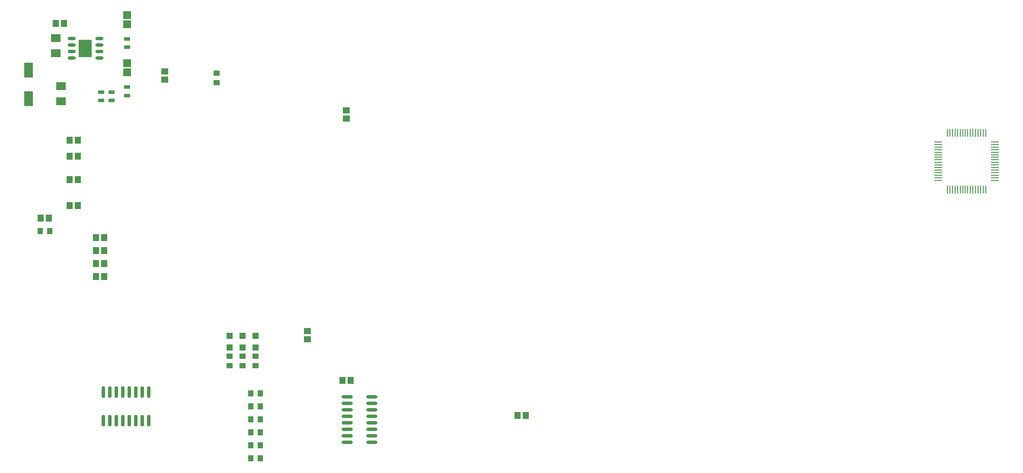
<source format=gtp>
G04 Layer_Color=7318015*
%FSLAX25Y25*%
%MOIN*%
G70*
G01*
G75*
%ADD10O,0.00984X0.06102*%
%ADD11O,0.06102X0.00984*%
%ADD12R,0.05118X0.05709*%
%ADD13R,0.06693X0.11811*%
%ADD14R,0.07480X0.05906*%
%ADD15R,0.06102X0.05906*%
%ADD16R,0.05709X0.05118*%
%ADD17R,0.03937X0.05118*%
%ADD18R,0.05118X0.03937*%
%ADD19R,0.05118X0.04528*%
%ADD20R,0.04724X0.03150*%
%ADD21O,0.06300X0.02400*%
%ADD22O,0.08661X0.02362*%
%ADD23O,0.02600X0.09000*%
%ADD27R,0.10300X0.13800*%
D10*
X773236Y310752D02*
D03*
X775205D02*
D03*
X777173D02*
D03*
X779142D02*
D03*
X781110D02*
D03*
X783079D02*
D03*
X785047D02*
D03*
X787016D02*
D03*
X788984D02*
D03*
X790953D02*
D03*
X792921D02*
D03*
X794890D02*
D03*
X796858D02*
D03*
X798827D02*
D03*
X800795D02*
D03*
X802764D02*
D03*
Y267248D02*
D03*
X800795D02*
D03*
X798827D02*
D03*
X796858D02*
D03*
X794890D02*
D03*
X792921D02*
D03*
X790953D02*
D03*
X788984D02*
D03*
X787016D02*
D03*
X785047D02*
D03*
X783079D02*
D03*
X781110D02*
D03*
X779142D02*
D03*
X777173D02*
D03*
X775205D02*
D03*
X773236D02*
D03*
D11*
X809752Y303764D02*
D03*
Y301795D02*
D03*
Y299827D02*
D03*
Y297858D02*
D03*
Y295890D02*
D03*
Y293921D02*
D03*
Y291953D02*
D03*
Y289984D02*
D03*
Y288016D02*
D03*
Y286047D02*
D03*
Y284079D02*
D03*
Y282110D02*
D03*
Y280142D02*
D03*
Y278173D02*
D03*
Y276205D02*
D03*
Y274236D02*
D03*
X766248D02*
D03*
Y276205D02*
D03*
Y278173D02*
D03*
Y280142D02*
D03*
Y282110D02*
D03*
Y284079D02*
D03*
Y286047D02*
D03*
Y288016D02*
D03*
Y289984D02*
D03*
Y291953D02*
D03*
Y293921D02*
D03*
Y295890D02*
D03*
Y297858D02*
D03*
Y299827D02*
D03*
Y301795D02*
D03*
Y303764D02*
D03*
D12*
X448150Y93000D02*
D03*
X441850D02*
D03*
X313150Y120000D02*
D03*
X306850D02*
D03*
X123150Y210000D02*
D03*
X116850D02*
D03*
X123150Y220000D02*
D03*
X116850D02*
D03*
X123150Y200000D02*
D03*
X116850D02*
D03*
X123150Y230000D02*
D03*
X116850D02*
D03*
X80650Y245000D02*
D03*
X74351D02*
D03*
X96421Y254718D02*
D03*
X102721D02*
D03*
X96422Y292718D02*
D03*
X102721D02*
D03*
X96422Y305218D02*
D03*
X102721D02*
D03*
X96421Y274718D02*
D03*
X102721D02*
D03*
X92150Y395000D02*
D03*
X85850D02*
D03*
D13*
X65000Y359000D02*
D03*
Y337000D02*
D03*
D14*
X90000Y346905D02*
D03*
Y335094D02*
D03*
X86000Y372094D02*
D03*
Y383906D02*
D03*
D15*
X141000Y357457D02*
D03*
Y364543D02*
D03*
Y394457D02*
D03*
Y401543D02*
D03*
D16*
X310000Y328150D02*
D03*
Y321850D02*
D03*
X280000Y151850D02*
D03*
Y158150D02*
D03*
X170000Y351851D02*
D03*
Y358150D02*
D03*
D17*
X243642Y110000D02*
D03*
X236358D02*
D03*
X243642Y100000D02*
D03*
X236358D02*
D03*
X243642Y90000D02*
D03*
X236358D02*
D03*
X243642Y80000D02*
D03*
X236358D02*
D03*
X243642Y70000D02*
D03*
X236358D02*
D03*
X243642Y60000D02*
D03*
X236358D02*
D03*
X73858Y235000D02*
D03*
X81142D02*
D03*
D18*
X210000Y356642D02*
D03*
Y349358D02*
D03*
X220000Y131358D02*
D03*
X220000Y138642D02*
D03*
X240000Y131358D02*
D03*
Y138642D02*
D03*
X230000Y131358D02*
D03*
Y138642D02*
D03*
D19*
X220000Y154429D02*
D03*
Y145571D02*
D03*
X230000Y154429D02*
D03*
Y145571D02*
D03*
X240000Y154429D02*
D03*
Y145571D02*
D03*
D20*
X141000Y376752D02*
D03*
Y383248D02*
D03*
Y339591D02*
D03*
Y346087D02*
D03*
X121000Y335752D02*
D03*
Y342248D02*
D03*
X129000D02*
D03*
Y335752D02*
D03*
D21*
X119400Y368500D02*
D03*
Y373500D02*
D03*
Y378500D02*
D03*
Y383500D02*
D03*
X98148Y368500D02*
D03*
Y373500D02*
D03*
Y378500D02*
D03*
Y383500D02*
D03*
D22*
X329449Y72500D02*
D03*
Y77500D02*
D03*
Y82500D02*
D03*
Y87500D02*
D03*
Y92500D02*
D03*
Y97500D02*
D03*
Y102500D02*
D03*
Y107500D02*
D03*
X310551Y72500D02*
D03*
Y77500D02*
D03*
Y82500D02*
D03*
Y87500D02*
D03*
Y92500D02*
D03*
Y97500D02*
D03*
Y102500D02*
D03*
Y107500D02*
D03*
D23*
X157500Y89000D02*
D03*
X152500D02*
D03*
X147500D02*
D03*
X142500D02*
D03*
X137500D02*
D03*
X132500D02*
D03*
X127500D02*
D03*
X122500D02*
D03*
Y111000D02*
D03*
X127500D02*
D03*
X132500D02*
D03*
X137500D02*
D03*
X142500D02*
D03*
X147500D02*
D03*
X152500D02*
D03*
X157500D02*
D03*
D27*
X108650Y375900D02*
D03*
M02*

</source>
